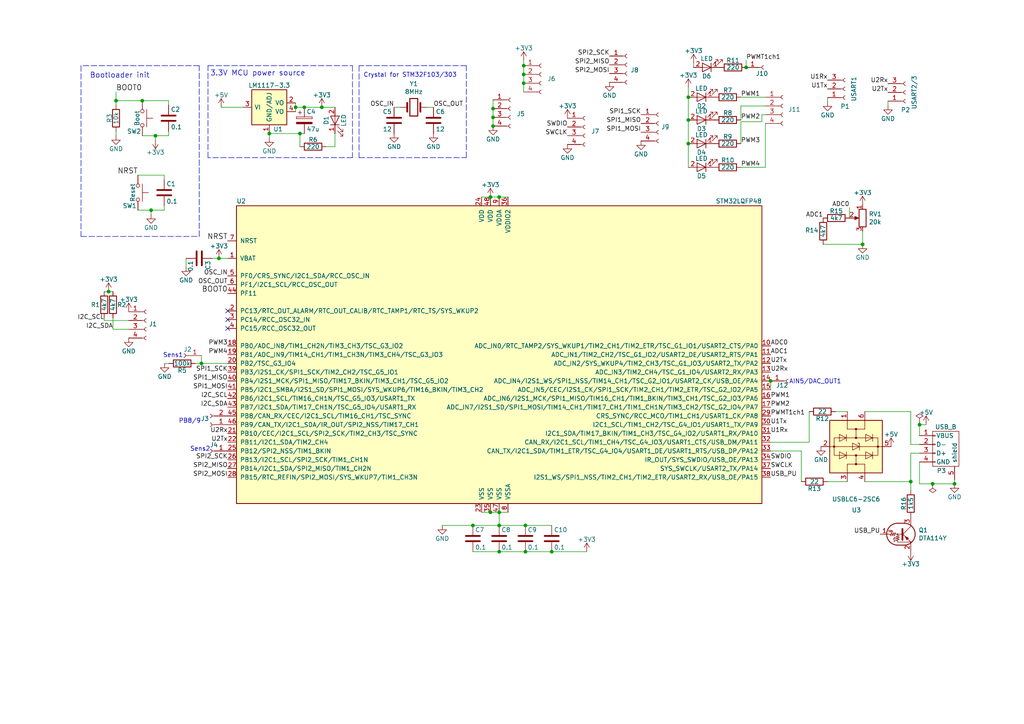
<source format=kicad_sch>
(kicad_sch (version 20211123) (generator eeschema)
  (paper "A4")
  (lib_symbols
    (symbol "Connector:Conn_01x01_Female" (pin_names (offset 1.016) hide)
      (property "Reference" "J" (at 0 2.54 0))
      (property "Value" "Conn_01x01_Female" (at 0 -2.54 0))
      (symbol "Conn_01x01_Female_1_1"
        (polyline (pts (xy -1.27 0) (xy -0.508 0)) (stroke (width 0.1524)))
        (arc (start 0 0.508) (mid -0.508 0) (end 0 -0.508) (stroke (width 0.1524)))
        (pin passive line (at -5.08 0 0) (length 3.81) (name "Pin_1") (number "1"))
      )
    )
    (symbol "Connector:Conn_01x02_Female" (pin_names (offset 1.016) hide)
      (property "Reference" "J" (at 0 2.54 0))
      (property "Value" "Conn_01x02_Female" (at 0 -5.08 0))
      (symbol "Conn_01x02_Female_1_1"
        (arc (start 0 -2.032) (mid -0.508 -2.54) (end 0 -3.048) (stroke (width 0.1524)))
        (polyline (pts (xy -1.27 -2.54) (xy -0.508 -2.54)) (stroke (width 0.1524)))
        (polyline (pts (xy -1.27 0) (xy -0.508 0)) (stroke (width 0.1524)))
        (arc (start 0 0.508) (mid -0.508 0) (end 0 -0.508) (stroke (width 0.1524)))
        (pin passive line (at -5.08 0 0) (length 3.81) (name "Pin_1") (number "1"))
        (pin passive line (at -5.08 -2.54 0) (length 3.81) (name "Pin_2") (number "2"))
      )
    )
    (symbol "Connector:Conn_01x03_Female" (pin_names (offset 1.016) hide)
      (property "Reference" "J" (at 0 5.08 0))
      (property "Value" "Conn_01x03_Female" (at 0 -5.08 0))
      (symbol "Conn_01x03_Female_1_1"
        (arc (start 0 -2.032) (mid -0.508 -2.54) (end 0 -3.048) (stroke (width 0.1524)))
        (polyline (pts (xy -1.27 -2.54) (xy -0.508 -2.54)) (stroke (width 0.1524)))
        (polyline (pts (xy -1.27 0) (xy -0.508 0)) (stroke (width 0.1524)))
        (polyline (pts (xy -1.27 2.54) (xy -0.508 2.54)) (stroke (width 0.1524)))
        (arc (start 0 0.508) (mid -0.508 0) (end 0 -0.508) (stroke (width 0.1524)))
        (arc (start 0 3.048) (mid -0.508 2.54) (end 0 2.032) (stroke (width 0.1524)))
        (pin passive line (at -5.08 2.54 0) (length 3.81) (name "Pin_1") (number "1"))
        (pin passive line (at -5.08 0 0) (length 3.81) (name "Pin_2") (number "2"))
        (pin passive line (at -5.08 -2.54 0) (length 3.81) (name "Pin_3") (number "3"))
      )
    )
    (symbol "Connector:Conn_01x04_Female" (pin_names (offset 1.016) hide)
      (property "Reference" "J" (at 0 5.08 0))
      (property "Value" "Conn_01x04_Female" (at 0 -7.62 0))
      (symbol "Conn_01x04_Female_1_1"
        (arc (start 0 -4.572) (mid -0.508 -5.08) (end 0 -5.588) (stroke (width 0.1524)))
        (arc (start 0 -2.032) (mid -0.508 -2.54) (end 0 -3.048) (stroke (width 0.1524)))
        (polyline (pts (xy -1.27 -5.08) (xy -0.508 -5.08)) (stroke (width 0.1524)))
        (polyline (pts (xy -1.27 -2.54) (xy -0.508 -2.54)) (stroke (width 0.1524)))
        (polyline (pts (xy -1.27 0) (xy -0.508 0)) (stroke (width 0.1524)))
        (polyline (pts (xy -1.27 2.54) (xy -0.508 2.54)) (stroke (width 0.1524)))
        (arc (start 0 0.508) (mid -0.508 0) (end 0 -0.508) (stroke (width 0.1524)))
        (arc (start 0 3.048) (mid -0.508 2.54) (end 0 2.032) (stroke (width 0.1524)))
        (pin passive line (at -5.08 2.54 0) (length 3.81) (name "Pin_1") (number "1"))
        (pin passive line (at -5.08 0 0) (length 3.81) (name "Pin_2") (number "2"))
        (pin passive line (at -5.08 -2.54 0) (length 3.81) (name "Pin_3") (number "3"))
        (pin passive line (at -5.08 -5.08 0) (length 3.81) (name "Pin_4") (number "4"))
      )
    )
    (symbol "Device:Crystal" (pin_numbers hide) (pin_names (offset 1.016) hide)
      (property "Reference" "Y" (at 0 3.81 0))
      (property "Value" "Crystal" (at 0 -3.81 0))
      (symbol "Crystal_0_1"
        (rectangle (start -1.143 2.54) (end 1.143 -2.54) (stroke (width 0.3048)))
        (polyline (pts (xy -2.54 0) (xy -1.905 0)))
        (polyline (pts (xy -1.905 -1.27) (xy -1.905 1.27)) (stroke (width 0.508)))
        (polyline (pts (xy 1.905 -1.27) (xy 1.905 1.27)) (stroke (width 0.508)))
        (polyline (pts (xy 2.54 0) (xy 1.905 0)))
      )
      (symbol "Crystal_1_1"
        (pin passive line (at -3.81 0 0) (length 1.27) (name "1") (number "1"))
        (pin passive line (at 3.81 0 180) (length 1.27) (name "2") (number "2"))
      )
    )
    (symbol "Device:R_Potentiometer" (pin_names (offset 1.016) hide)
      (property "Reference" "RV" (at -4.445 0 90))
      (property "Value" "R_Potentiometer" (at -2.54 0 90))
      (symbol "R_Potentiometer_0_1"
        (polyline (pts (xy 2.54 0) (xy 1.524 0)))
        (polyline (pts (xy 1.143 0) (xy 2.286 0.508) (xy 2.286 -0.508) (xy 1.143 0)) (fill (type outline)))
        (rectangle (start 1.016 2.54) (end -1.016 -2.54) (stroke (width 0.254)))
      )
      (symbol "R_Potentiometer_1_1"
        (pin passive line (at 0 3.81 270) (length 1.27) (name "1") (number "1"))
        (pin passive line (at 3.81 0 180) (length 1.27) (name "2") (number "2"))
        (pin passive line (at 0 -3.81 90) (length 1.27) (name "3") (number "3"))
      )
    )
    (symbol "Power_Protection:USBLC6-2SC6" (pin_names hide)
      (property "Reference" "U" (at 2.54 8.89 0))
      (property "Value" "USBLC6-2SC6" (at 2.54 -8.89 0))
      (symbol "USBLC6-2SC6_0_1"
        (rectangle (start -7.62 -7.62) (end 7.62 7.62) (stroke (width 0.254)) (fill (type background)))
        (circle (center -5.08 0) (radius 0.254) (fill (type outline)))
        (circle (center -2.54 0) (radius 0.254) (fill (type outline)))
        (rectangle (start -2.54 6.35) (end 2.54 -6.35))
        (circle (center 0 -6.35) (radius 0.254) (fill (type outline)))
        (polyline (pts (xy -5.08 -2.54) (xy -7.62 -2.54)))
        (polyline (pts (xy -5.08 0) (xy -5.08 -2.54)))
        (polyline (pts (xy -5.08 2.54) (xy -7.62 2.54)))
        (polyline (pts (xy -1.524 -2.794) (xy -3.556 -2.794)))
        (polyline (pts (xy -1.524 4.826) (xy -3.556 4.826)))
        (polyline (pts (xy 0 -7.62) (xy 0 -6.35)))
        (polyline (pts (xy 0 -6.35) (xy 0 1.27)))
        (polyline (pts (xy 0 1.27) (xy 0 6.35)))
        (polyline (pts (xy 0 6.35) (xy 0 7.62)))
        (polyline (pts (xy 1.524 -2.794) (xy 3.556 -2.794)))
        (polyline (pts (xy 1.524 4.826) (xy 3.556 4.826)))
        (polyline (pts (xy 5.08 -2.54) (xy 7.62 -2.54)))
        (polyline (pts (xy 5.08 0) (xy 5.08 -2.54)))
        (polyline (pts (xy 5.08 2.54) (xy 7.62 2.54)))
        (polyline (pts (xy -2.54 0) (xy -5.08 0) (xy -5.08 2.54)))
        (polyline (pts (xy 2.54 0) (xy 5.08 0) (xy 5.08 2.54)))
        (polyline (pts (xy -3.556 -4.826) (xy -1.524 -4.826) (xy -2.54 -2.794) (xy -3.556 -4.826)))
        (polyline (pts (xy -3.556 2.794) (xy -1.524 2.794) (xy -2.54 4.826) (xy -3.556 2.794)))
        (polyline (pts (xy -1.016 -1.016) (xy 1.016 -1.016) (xy 0 1.016) (xy -1.016 -1.016)))
        (polyline (pts (xy 1.016 1.016) (xy 0.762 1.016) (xy -1.016 1.016) (xy -1.016 0.508)))
        (polyline (pts (xy 3.556 -4.826) (xy 1.524 -4.826) (xy 2.54 -2.794) (xy 3.556 -4.826)))
        (polyline (pts (xy 3.556 2.794) (xy 1.524 2.794) (xy 2.54 4.826) (xy 3.556 2.794)))
        (circle (center 0 6.35) (radius 0.254) (fill (type outline)))
        (circle (center 2.54 0) (radius 0.254) (fill (type outline)))
        (circle (center 5.08 0) (radius 0.254) (fill (type outline)))
      )
      (symbol "USBLC6-2SC6_1_1"
        (pin passive line (at -10.16 -2.54 0) (length 2.54) (name "I/O1") (number "1"))
        (pin passive line (at 0 -10.16 90) (length 2.54) (name "GND") (number "2"))
        (pin passive line (at 10.16 -2.54 180) (length 2.54) (name "I/O2") (number "3"))
        (pin passive line (at 10.16 2.54 180) (length 2.54) (name "I/O2") (number "4"))
        (pin passive line (at 0 10.16 270) (length 2.54) (name "VBUS") (number "5"))
        (pin passive line (at -10.16 2.54 0) (length 2.54) (name "I/O1") (number "6"))
      )
    )
    (symbol "Transistor_BJT:DTA114Y" (pin_names (offset 0) hide)
      (property "Reference" "Q" (at 5.08 1.905 0))
      (property "Value" "DTA114Y" (at 5.08 0 0))
      (symbol "DTA114Y_0_0"
        (text "10k" (at -3.302 0.889 0) (effects (font (size 0.508 0.508))))
        (text "47k" (at -2.159 -1.524 900) (effects (font (size 0.508 0.508))))
      )
      (symbol "DTA114Y_0_1"
        (circle (center -1.27 0) (radius 0.127))
        (arc (start -1.27 3.175) (mid -4.445 0) (end -1.27 -3.175) (stroke (width 0.254)))
        (polyline (pts (xy -3.429 0) (xy -3.81 0)))
        (polyline (pts (xy -1.27 -3.175) (xy 0.635 -3.175)) (stroke (width 0.254)))
        (polyline (pts (xy -1.27 3.175) (xy 0.635 3.175)) (stroke (width 0.254)))
        (polyline (pts (xy 0 -0.254) (xy 2.54 2.286)))
        (polyline (pts (xy 0.127 1.524) (xy 0.127 -1.651)) (stroke (width 0.508)) (fill (type outline)))
        (polyline (pts (xy 2.54 2.286) (xy 2.54 2.54)))
        (polyline (pts (xy 2.54 -2.286) (xy 0 0.254) (xy 0 0.254)))
        (polyline (pts (xy 1.397 -1.651) (xy 1.905 -1.143) (xy 0.889 -0.635) (xy 1.397 -1.651)) (fill (type outline)))
        (polyline (pts (xy 0 0) (xy -1.905 0) (xy -2.032 0.508) (xy -2.286 -0.508) (xy -2.54 0.508) (xy -2.794 -0.508) (xy -3.048 0.508) (xy -3.302 -0.508) (xy -3.429 0)))
        (polyline (pts (xy -1.27 0) (xy -1.27 -0.381) (xy -0.762 -0.508) (xy -1.778 -0.762) (xy -0.762 -1.016) (xy -1.778 -1.27) (xy -0.762 -1.524) (xy -1.778 -1.778) (xy -1.27 -1.905) (xy -1.27 -2.286) (xy 2.54 -2.286)))
        (arc (start 0.635 -3.175) (mid 3.81 0) (end 0.635 3.175) (stroke (width 0.254)))
        (circle (center 2.54 -2.286) (radius 0.127))
      )
      (symbol "DTA114Y_1_1"
        (pin input line (at -6.35 0 0) (length 2.54) (name "B") (number "1"))
        (pin passive line (at 2.54 -5.08 90) (length 2.54) (name "E") (number "2"))
        (pin passive line (at 2.54 5.08 270) (length 2.54) (name "C") (number "3"))
      )
    )
    (symbol "stm32-rescue:+3.3V" (power) (pin_names (offset 0))
      (property "Value" "+3.3V" (at 0 3.556 0))
      (symbol "+3.3V_0_1"
        (polyline (pts (xy -0.762 1.27) (xy 0 2.54)))
        (polyline (pts (xy 0 0) (xy 0 2.54)))
        (polyline (pts (xy 0 2.54) (xy 0.762 1.27)))
      )
      (symbol "+3.3V_1_1"
        (pin power_in line (at 0 0 90) (length 0) hide (name "+3V3") (number "1"))
      )
    )
    (symbol "stm32-rescue:+5V" (power) (pin_names (offset 0))
      (property "Value" "+5V" (at 0 3.556 0))
      (symbol "+5V_0_1"
        (polyline (pts (xy -0.762 1.27) (xy 0 2.54)))
        (polyline (pts (xy 0 0) (xy 0 2.54)))
        (polyline (pts (xy 0 2.54) (xy 0.762 1.27)))
      )
      (symbol "+5V_1_1"
        (pin power_in line (at 0 0 90) (length 0) hide (name "+5V") (number "1"))
      )
    )
    (symbol "stm32-rescue:C" (pin_numbers hide) (pin_names (offset 0.254))
      (property "Reference" "C" (at 0.635 2.54 0))
      (property "Value" "C" (at 0.635 -2.54 0))
      (symbol "C_0_1"
        (polyline (pts (xy -2.032 -0.762) (xy 2.032 -0.762)) (stroke (width 0.508)))
        (polyline (pts (xy -2.032 0.762) (xy 2.032 0.762)) (stroke (width 0.508)))
      )
      (symbol "C_1_1"
        (pin passive line (at 0 3.81 270) (length 2.794) (name "~") (number "1"))
        (pin passive line (at 0 -3.81 90) (length 2.794) (name "~") (number "2"))
      )
    )
    (symbol "stm32-rescue:CP" (pin_numbers hide) (pin_names (offset 0.254))
      (property "Reference" "C" (at 0.635 2.54 0))
      (property "Value" "CP" (at 0.635 -2.54 0))
      (symbol "CP_0_1"
        (rectangle (start -2.286 0.508) (end -2.286 1.016))
        (rectangle (start -2.286 0.508) (end 2.286 0.508))
        (polyline (pts (xy -1.778 2.286) (xy -0.762 2.286)))
        (polyline (pts (xy -1.27 2.794) (xy -1.27 1.778)))
        (rectangle (start 2.286 -0.508) (end -2.286 -1.016) (fill (type outline)))
        (rectangle (start 2.286 1.016) (end -2.286 1.016))
        (rectangle (start 2.286 1.016) (end 2.286 0.508))
      )
      (symbol "CP_1_1"
        (pin passive line (at 0 3.81 270) (length 2.794) (name "~") (number "1"))
        (pin passive line (at 0 -3.81 90) (length 2.794) (name "~") (number "2"))
      )
    )
    (symbol "stm32-rescue:GND" (power) (pin_names (offset 0))
      (property "Value" "GND" (at 0 -3.81 0))
      (symbol "GND_0_1"
        (polyline (pts (xy 0 0) (xy 0 -1.27) (xy 1.27 -1.27) (xy 0 -2.54) (xy -1.27 -1.27) (xy 0 -1.27)))
      )
      (symbol "GND_1_1"
        (pin power_in line (at 0 0 270) (length 0) hide (name "GND") (number "1"))
      )
    )
    (symbol "stm32-rescue:LED-RESCUE-stm32" (pin_names (offset 1.016) hide)
      (property "Reference" "D" (at 0 2.54 0))
      (property "Value" "LED-RESCUE-stm32" (at 0 -2.54 0))
      (symbol "LED-RESCUE-stm32_0_1"
        (polyline (pts (xy -1.27 -1.27) (xy -1.27 1.27)) (stroke (width 0.2032)))
        (polyline (pts (xy -1.27 0) (xy 1.27 0)))
        (polyline (pts (xy 1.27 -1.27) (xy 1.27 1.27) (xy -1.27 0) (xy 1.27 -1.27)) (stroke (width 0.2032)))
        (polyline (pts (xy -3.048 -0.762) (xy -4.572 -2.286) (xy -3.81 -2.286) (xy -4.572 -2.286) (xy -4.572 -1.524)))
        (polyline (pts (xy -1.778 -0.762) (xy -3.302 -2.286) (xy -2.54 -2.286) (xy -3.302 -2.286) (xy -3.302 -1.524)))
      )
      (symbol "LED-RESCUE-stm32_1_1"
        (pin passive line (at -3.81 0 0) (length 2.54) (name "K") (number "1"))
        (pin passive line (at 3.81 0 180) (length 2.54) (name "A") (number "2"))
      )
    )
    (symbol "stm32-rescue:LM1117-3.3-RESCUE-stm32" (pin_names (offset 0.762))
      (property "Reference" "U" (at 2.54 -6.35 0))
      (property "Value" "LM1117-3.3-RESCUE-stm32" (at 0 6.35 0))
      (symbol "LM1117-3.3-RESCUE-stm32_0_1"
        (rectangle (start -5.08 -5.08) (end 5.08 5.08) (stroke (width 0.254)) (fill (type background)))
      )
      (symbol "LM1117-3.3-RESCUE-stm32_1_1"
        (pin power_in line (at 0 -7.62 90) (length 2.54) (name "GND/ADJ") (number "1"))
        (pin passive line (at 7.62 1.27 180) (length 2.54) (name "VO") (number "2"))
        (pin power_in line (at -7.62 0 0) (length 2.54) (name "VI") (number "3"))
        (pin power_out line (at 7.62 -1.27 180) (length 2.54) (name "VO") (number "4"))
      )
    )
    (symbol "stm32-rescue:PWR_FLAG" (power) (pin_numbers hide) (pin_names (offset 0) hide)
      (property "Value" "PWR_FLAG" (at 0 3.81 0))
      (symbol "PWR_FLAG_0_0"
        (pin power_out line (at 0 0 90) (length 0) (name "pwr") (number "1"))
      )
      (symbol "PWR_FLAG_0_1"
        (polyline (pts (xy 0 0) (xy 0 1.27) (xy -1.016 1.905) (xy 0 2.54) (xy 1.016 1.905) (xy 0 1.27)))
      )
    )
    (symbol "stm32-rescue:R" (pin_numbers hide) (pin_names (offset 0))
      (property "Reference" "R" (at 2.032 0 90))
      (property "Value" "R" (at 0 0 90))
      (symbol "R_0_1"
        (rectangle (start -1.016 -2.54) (end 1.016 2.54) (stroke (width 0.254)))
      )
      (symbol "R_1_1"
        (pin passive line (at 0 3.81 270) (length 1.27) (name "~") (number "1"))
        (pin passive line (at 0 -3.81 90) (length 1.27) (name "~") (number "2"))
      )
    )
    (symbol "stm32-rescue:STM32F042C6Tx" (pin_names (offset 1.016))
      (property "Reference" "U" (at -76.2 43.815 0))
      (property "Value" "STM32F042C6Tx" (at 76.2 43.815 0))
      (property "Footprint" "LQFP48" (at 76.2 42.545 0))
      (symbol "STM32F042C6Tx_0_1"
        (rectangle (start -76.2 -43.18) (end 76.2 43.18) (stroke (width 0.254)) (fill (type background)))
      )
      (symbol "STM32F042C6Tx_1_1"
        (pin power_in line (at -78.74 27.94 0) (length 2.54) (name "VBAT") (number "1"))
        (pin bidirectional line (at 78.74 2.54 180) (length 2.54) (name "ADC_IN0/RTC_TAMP2/SYS_WKUP1/TIM2_CH1/TIM2_ETR/TSC_G1_IO1/USART2_CTS/PA0") (number "10"))
        (pin bidirectional line (at 78.74 0 180) (length 2.54) (name "ADC_IN1/TIM2_CH2/TSC_G1_IO2/USART2_DE/USART2_RTS/PA1") (number "11"))
        (pin bidirectional line (at 78.74 -2.54 180) (length 2.54) (name "ADC_IN2/SYS_WKUP4/TIM2_CH3/TSC_G1_IO3/USART2_TX/PA2") (number "12"))
        (pin bidirectional line (at 78.74 -5.08 180) (length 2.54) (name "ADC_IN3/TIM2_CH4/TSC_G1_IO4/USART2_RX/PA3") (number "13"))
        (pin bidirectional line (at 78.74 -7.62 180) (length 2.54) (name "ADC_IN4/I2S1_WS/SPI1_NSS/TIM14_CH1/TSC_G2_IO1/USART2_CK/USB_OE/PA4") (number "14"))
        (pin bidirectional line (at 78.74 -10.16 180) (length 2.54) (name "ADC_IN5/CEC/I2S1_CK/SPI1_SCK/TIM2_CH1/TIM2_ETR/TSC_G2_IO2/PA5") (number "15"))
        (pin bidirectional line (at 78.74 -12.7 180) (length 2.54) (name "ADC_IN6/I2S1_MCK/SPI1_MISO/TIM16_CH1/TIM1_BKIN/TIM3_CH1/TSC_G2_IO3/PA6") (number "16"))
        (pin bidirectional line (at 78.74 -15.24 180) (length 2.54) (name "ADC_IN7/I2S1_SD/SPI1_MOSI/TIM14_CH1/TIM17_CH1/TIM1_CH1N/TIM3_CH2/TSC_G2_IO4/PA7") (number "17"))
        (pin bidirectional line (at -78.74 2.54 0) (length 2.54) (name "PB0/ADC_IN8/TIM1_CH2N/TIM3_CH3/TSC_G3_IO2") (number "18"))
        (pin bidirectional line (at -78.74 0 0) (length 2.54) (name "PB1/ADC_IN9/TIM14_CH1/TIM1_CH3N/TIM3_CH4/TSC_G3_IO3") (number "19"))
        (pin bidirectional line (at -78.74 12.7 0) (length 2.54) (name "PC13/RTC_OUT_ALARM/RTC_OUT_CALIB/RTC_TAMP1/RTC_TS/SYS_WKUP2") (number "2"))
        (pin bidirectional line (at -78.74 -2.54 0) (length 2.54) (name "PB2/TSC_G3_IO4") (number "20"))
        (pin bidirectional line (at -78.74 -22.86 0) (length 2.54) (name "PB10/CEC/I2C1_SCL/SPI2_SCK/TIM2_CH3/TSC_SYNC") (number "21"))
        (pin bidirectional line (at -78.74 -25.4 0) (length 2.54) (name "PB11/I2C1_SDA/TIM2_CH4") (number "22"))
        (pin power_in line (at -5.08 -45.72 90) (length 2.54) (name "VSS") (number "23"))
        (pin power_in line (at -5.08 45.72 270) (length 2.54) (name "VDD") (number "24"))
        (pin bidirectional line (at -78.74 -27.94 0) (length 2.54) (name "PB12/SPI2_NSS/TIM1_BKIN") (number "25"))
        (pin bidirectional line (at -78.74 -30.48 0) (length 2.54) (name "PB13/I2C1_SCL/SPI2_SCK/TIM1_CH1N") (number "26"))
        (pin bidirectional line (at -78.74 -33.02 0) (length 2.54) (name "PB14/I2C1_SDA/SPI2_MISO/TIM1_CH2N") (number "27"))
        (pin bidirectional line (at -78.74 -35.56 0) (length 2.54) (name "PB15/RTC_REFIN/SPI2_MOSI/SYS_WKUP7/TIM1_CH3N") (number "28"))
        (pin bidirectional line (at 78.74 -17.78 180) (length 2.54) (name "CRS_SYNC/RCC_MCO/TIM1_CH1/USART1_CK/PA8") (number "29"))
        (pin bidirectional line (at -78.74 10.16 0) (length 2.54) (name "PC14/RCC_OSC32_IN") (number "3"))
        (pin bidirectional line (at 78.74 -20.32 180) (length 2.54) (name "I2C1_SCL/TIM1_CH2/TSC_G4_IO1/USART1_TX/PA9") (number "30"))
        (pin bidirectional line (at 78.74 -22.86 180) (length 2.54) (name "I2C1_SDA/TIM17_BKIN/TIM1_CH3/TSC_G4_IO2/USART1_RX/PA10") (number "31"))
        (pin bidirectional line (at 78.74 -25.4 180) (length 2.54) (name "CAN_RX/I2C1_SCL/TIM1_CH4/TSC_G4_IO3/USART1_CTS/USB_DM/PA11") (number "32"))
        (pin bidirectional line (at 78.74 -27.94 180) (length 2.54) (name "CAN_TX/I2C1_SDA/TIM1_ETR/TSC_G4_IO4/USART1_DE/USART1_RTS/USB_DP/PA12") (number "33"))
        (pin bidirectional line (at 78.74 -30.48 180) (length 2.54) (name "IR_OUT/SYS_SWDIO/USB_OE/PA13") (number "34"))
        (pin power_in line (at -2.54 -45.72 90) (length 2.54) (name "VSS") (number "35"))
        (pin power_in line (at 2.54 45.72 270) (length 2.54) (name "VDDIO2") (number "36"))
        (pin bidirectional line (at 78.74 -33.02 180) (length 2.54) (name "SYS_SWCLK/USART2_TX/PA14") (number "37"))
        (pin bidirectional line (at 78.74 -35.56 180) (length 2.54) (name "I2S1_WS/SPI1_NSS/TIM2_CH1/TIM2_ETR/USART2_RX/USB_OE/PA15") (number "38"))
        (pin bidirectional line (at -78.74 -5.08 0) (length 2.54) (name "PB3/I2S1_CK/SPI1_SCK/TIM2_CH2/TSC_G5_IO1") (number "39"))
        (pin bidirectional line (at -78.74 7.62 0) (length 2.54) (name "PC15/RCC_OSC32_OUT") (number "4"))
        (pin bidirectional line (at -78.74 -7.62 0) (length 2.54) (name "PB4/I2S1_MCK/SPI1_MISO/TIM17_BKIN/TIM3_CH1/TSC_G5_IO2") (number "40"))
        (pin bidirectional line (at -78.74 -10.16 0) (length 2.54) (name "PB5/I2C1_SMBA/I2S1_SD/SPI1_MOSI/SYS_WKUP6/TIM16_BKIN/TIM3_CH2") (number "41"))
        (pin bidirectional line (at -78.74 -12.7 0) (length 2.54) (name "PB6/I2C1_SCL/TIM16_CH1N/TSC_G5_IO3/USART1_TX") (number "42"))
        (pin bidirectional line (at -78.74 -15.24 0) (length 2.54) (name "PB7/I2C1_SDA/TIM17_CH1N/TSC_G5_IO4/USART1_RX") (number "43"))
        (pin bidirectional line (at -78.74 17.78 0) (length 2.54) (name "PF11") (number "44"))
        (pin bidirectional line (at -78.74 -17.78 0) (length 2.54) (name "PB8/CAN_RX/CEC/I2C1_SCL/TIM16_CH1/TSC_SYNC") (number "45"))
        (pin bidirectional line (at -78.74 -20.32 0) (length 2.54) (name "PB9/CAN_TX/I2C1_SDA/IR_OUT/SPI2_NSS/TIM17_CH1") (number "46"))
        (pin power_in line (at 0 -45.72 90) (length 2.54) (name "VSS") (number "47"))
        (pin power_in line (at -2.54 45.72 270) (length 2.54) (name "VDD") (number "48"))
        (pin input line (at -78.74 22.86 0) (length 2.54) (name "PF0/CRS_SYNC/I2C1_SDA/RCC_OSC_IN") (number "5"))
        (pin input line (at -78.74 20.32 0) (length 2.54) (name "PF1/I2C1_SCL/RCC_OSC_OUT") (number "6"))
        (pin input line (at -78.74 33.02 0) (length 2.54) (name "NRST") (number "7"))
        (pin power_in line (at 2.54 -45.72 90) (length 2.54) (name "VSSA") (number "8"))
        (pin power_in line (at 0 45.72 270) (length 2.54) (name "VDDA") (number "9"))
      )
    )
    (symbol "stm32-rescue:SW_Push" (pin_numbers hide) (pin_names (offset 1.016) hide)
      (property "Reference" "SW" (at 1.27 2.54 0))
      (property "Value" "SW_Push" (at 0 -1.524 0))
      (symbol "SW_Push_0_1"
        (circle (center -2.032 0) (radius 0.508))
        (polyline (pts (xy 0 1.27) (xy 0 3.048)))
        (polyline (pts (xy 2.54 1.27) (xy -2.54 1.27)))
        (circle (center 2.032 0) (radius 0.508))
        (pin passive line (at -5.08 0 0) (length 2.54) (name "1") (number "1"))
        (pin passive line (at 5.08 0 180) (length 2.54) (name "2") (number "2"))
      )
    )
    (symbol "stm32-rescue:USB_A-RESCUE-stm32" (pin_names (offset 1.016))
      (property "Reference" "P" (at 5.08 -5.08 0))
      (property "Value" "USB_A-RESCUE-stm32" (at -1.27 5.08 0))
      (symbol "USB_A-RESCUE-stm32_0_1"
        (rectangle (start -6.35 -3.81) (end 3.81 3.81))
        (rectangle (start -5.207 -3.81) (end -4.953 -3.048))
        (rectangle (start -2.667 -3.81) (end -2.413 -3.048))
        (rectangle (start -0.127 -3.81) (end 0.127 -3.048))
        (rectangle (start 2.413 -3.81) (end 2.667 -3.048))
      )
      (symbol "USB_A-RESCUE-stm32_1_1"
        (pin power_in line (at -5.08 -7.62 90) (length 3.81) (name "VBUS") (number "1"))
        (pin passive line (at -2.54 -7.62 90) (length 3.81) (name "D-") (number "2"))
        (pin passive line (at 0 -7.62 90) (length 3.81) (name "D+") (number "3"))
        (pin power_in line (at 2.54 -7.62 90) (length 3.81) (name "GND") (number "4"))
        (pin passive line (at 7.62 2.54 180) (length 3.81) (name "shield") (number "5"))
      )
    )
  )
  (junction (at 199.644 34.798))
  (junction (at 45.085 39.37))
  (junction (at 264.16 139.7))
  (junction (at 143.002 34.036))
  (junction (at 151.892 19.05))
  (junction (at 152.4 152.4))
  (junction (at 276.86 140.335))
  (junction (at 199.644 41.656))
  (junction (at 160.02 160.02))
  (junction (at 33.655 29.21))
  (junction (at 86.995 38.735))
  (junction (at 151.892 21.59))
  (junction (at 143.002 31.496))
  (junction (at 270.51 140.335))
  (junction (at 223.52 110.49))
  (junction (at 142.24 57.15))
  (junction (at 151.892 24.13))
  (junction (at 152.4 160.02))
  (junction (at 85.725 31.115))
  (junction (at 144.78 160.02))
  (junction (at 216.408 19.558))
  (junction (at 58.42 105.41))
  (junction (at 142.24 148.59))
  (junction (at 41.275 29.21))
  (junction (at 63.5 74.93))
  (junction (at 31.496 84.582))
  (junction (at 137.16 152.4))
  (junction (at 144.78 57.15))
  (junction (at 143.002 36.576))
  (junction (at 266.7 123.19))
  (junction (at 88.265 31.115))
  (junction (at 144.78 152.4))
  (junction (at 250.19 70.866))
  (junction (at 93.345 31.115))
  (junction (at 199.644 28.194))
  (junction (at 144.78 148.59))
  (junction (at 43.815 60.96))
  (junction (at 78.105 38.735))
  (no_connect (at 66.04 95.25))
  (no_connect (at 66.04 90.17))
  (no_connect (at 66.04 92.71))
  (wire (pts (xy 264.16 128.905) (xy 266.7 128.905)))
  (polyline (pts (xy 102.235 19.05) (xy 102.235 45.72)))
  (wire (pts (xy 47.625 60.96) (xy 47.625 59.69)))
  (wire (pts (xy 137.16 160.02) (xy 144.78 160.02)))
  (wire (pts (xy 151.892 24.13) (xy 151.892 26.67)))
  (wire (pts (xy 33.655 26.67) (xy 33.655 29.21)))
  (wire (pts (xy 264.16 142.24) (xy 264.16 139.7)))
  (wire (pts (xy 37.338 92.964) (xy 30.226 92.964)))
  (wire (pts (xy 250.825 139.7) (xy 264.16 139.7)))
  (wire (pts (xy 61.595 74.93) (xy 63.5 74.93)))
  (wire (pts (xy 223.52 128.27) (xy 234.696 128.27)))
  (wire (pts (xy 43.815 62.23) (xy 43.815 60.96)))
  (polyline (pts (xy 23.495 19.05) (xy 23.495 68.58)))
  (wire (pts (xy 250.825 119.38) (xy 264.16 119.38)))
  (wire (pts (xy 56.642 105.41) (xy 58.42 105.41)))
  (wire (pts (xy 93.345 31.115) (xy 97.155 31.115)))
  (wire (pts (xy 47.625 50.8) (xy 47.625 52.07)))
  (wire (pts (xy 152.4 152.4) (xy 160.02 152.4)))
  (wire (pts (xy 240.03 139.7) (xy 245.745 139.7)))
  (wire (pts (xy 276.86 140.335) (xy 270.51 140.335)))
  (wire (pts (xy 40.005 60.96) (xy 43.815 60.96)))
  (wire (pts (xy 220.98 33.274) (xy 221.996 33.274)))
  (wire (pts (xy 30.226 92.964) (xy 30.226 92.202)))
  (wire (pts (xy 30.226 84.582) (xy 31.496 84.582)))
  (wire (pts (xy 144.78 152.4) (xy 152.4 152.4)))
  (wire (pts (xy 246.38 63.246) (xy 246.38 60.198)))
  (wire (pts (xy 45.085 40.64) (xy 45.085 39.37)))
  (wire (pts (xy 137.16 152.4) (xy 144.78 152.4)))
  (wire (pts (xy 201.168 18.288) (xy 201.168 19.558)))
  (wire (pts (xy 58.42 103.124) (xy 58.42 105.41)))
  (wire (pts (xy 128.27 152.4) (xy 137.16 152.4)))
  (wire (pts (xy 86.995 38.735) (xy 88.265 38.735)))
  (polyline (pts (xy 104.14 45.72) (xy 135.255 45.72)))
  (wire (pts (xy 78.105 40.005) (xy 78.105 38.735)))
  (polyline (pts (xy 104.14 19.05) (xy 104.14 45.72)))
  (wire (pts (xy 37.338 95.504) (xy 32.766 95.504)))
  (wire (pts (xy 240.03 28.321) (xy 240.03 29.591)))
  (polyline (pts (xy 135.255 19.05) (xy 104.14 19.05)))
  (polyline (pts (xy 60.325 45.72) (xy 60.325 19.05)))
  (wire (pts (xy 125.73 31.115) (xy 123.825 31.115)))
  (wire (pts (xy 58.42 105.41) (xy 66.04 105.41)))
  (wire (pts (xy 144.78 148.59) (xy 147.32 148.59)))
  (wire (pts (xy 266.7 123.19) (xy 266.7 122.555)))
  (wire (pts (xy 143.002 34.036) (xy 143.002 31.496)))
  (wire (pts (xy 160.02 160.02) (xy 170.18 160.02)))
  (wire (pts (xy 64.135 31.115) (xy 70.485 31.115)))
  (wire (pts (xy 270.51 140.335) (xy 266.7 140.335)))
  (wire (pts (xy 160.02 160.02) (xy 152.4 160.02)))
  (wire (pts (xy 264.16 119.38) (xy 264.16 128.905)))
  (wire (pts (xy 214.884 30.734) (xy 221.996 30.734)))
  (wire (pts (xy 41.275 39.37) (xy 45.085 39.37)))
  (wire (pts (xy 114.3 31.115) (xy 116.205 31.115)))
  (wire (pts (xy 48.895 39.37) (xy 48.895 38.1)))
  (wire (pts (xy 238.76 70.866) (xy 250.19 70.866)))
  (wire (pts (xy 143.002 31.496) (xy 143.002 28.956)))
  (wire (pts (xy 41.275 29.21) (xy 48.895 29.21)))
  (wire (pts (xy 78.105 38.735) (xy 86.995 38.735)))
  (wire (pts (xy 33.655 39.37) (xy 33.655 38.1)))
  (wire (pts (xy 257.556 29.337) (xy 257.556 30.607)))
  (wire (pts (xy 139.7 148.59) (xy 142.24 148.59)))
  (wire (pts (xy 151.892 19.05) (xy 151.892 17.526)))
  (wire (pts (xy 97.155 42.545) (xy 97.155 38.735)))
  (wire (pts (xy 142.24 148.59) (xy 144.78 148.59)))
  (wire (pts (xy 85.725 31.115) (xy 88.265 31.115)))
  (wire (pts (xy 32.766 95.504) (xy 32.766 92.202)))
  (wire (pts (xy 144.78 57.15) (xy 147.32 57.15)))
  (wire (pts (xy 63.5 74.93) (xy 66.04 74.93)))
  (wire (pts (xy 199.644 28.194) (xy 199.644 25.4)))
  (polyline (pts (xy 102.235 45.72) (xy 60.325 45.72)))
  (wire (pts (xy 40.005 50.8) (xy 47.625 50.8)))
  (wire (pts (xy 199.644 41.656) (xy 199.644 48.514)))
  (wire (pts (xy 47.752 105.41) (xy 49.022 105.41)))
  (wire (pts (xy 139.7 57.15) (xy 142.24 57.15)))
  (wire (pts (xy 199.644 28.194) (xy 199.644 34.798)))
  (wire (pts (xy 264.16 139.7) (xy 264.16 131.445)))
  (wire (pts (xy 88.265 31.115) (xy 93.345 31.115)))
  (wire (pts (xy 250.19 70.866) (xy 250.19 67.056)))
  (polyline (pts (xy 57.785 68.58) (xy 57.785 19.05)))
  (wire (pts (xy 221.996 48.514) (xy 221.996 35.814)))
  (wire (pts (xy 85.725 29.845) (xy 85.725 31.115)))
  (wire (pts (xy 151.892 21.59) (xy 151.892 19.05)))
  (wire (pts (xy 232.41 130.81) (xy 232.41 139.7)))
  (wire (pts (xy 223.52 110.49) (xy 223.52 113.03)))
  (wire (pts (xy 266.7 126.365) (xy 266.7 123.19)))
  (polyline (pts (xy 57.785 19.05) (xy 23.495 19.05)))
  (wire (pts (xy 31.496 84.582) (xy 32.766 84.582)))
  (wire (pts (xy 232.41 130.81) (xy 223.52 130.81)))
  (wire (pts (xy 276.86 140.335) (xy 276.86 139.065)))
  (wire (pts (xy 86.995 42.545) (xy 86.995 38.735)))
  (wire (pts (xy 85.725 31.115) (xy 85.725 32.385)))
  (wire (pts (xy 242.316 119.38) (xy 245.745 119.38)))
  (wire (pts (xy 151.892 24.13) (xy 151.892 21.59)))
  (polyline (pts (xy 60.325 19.05) (xy 102.235 19.05)))
  (wire (pts (xy 199.644 34.798) (xy 199.644 41.656)))
  (polyline (pts (xy 23.495 68.58) (xy 57.785 68.58)))
  (wire (pts (xy 234.696 119.38) (xy 234.696 128.27)))
  (wire (pts (xy 43.815 60.96) (xy 47.625 60.96)))
  (wire (pts (xy 142.24 57.15) (xy 144.78 57.15)))
  (wire (pts (xy 33.655 29.21) (xy 33.655 30.48)))
  (wire (pts (xy 214.884 48.514) (xy 221.996 48.514)))
  (wire (pts (xy 48.895 29.21) (xy 48.895 30.48)))
  (wire (pts (xy 33.655 29.21) (xy 41.275 29.21)))
  (wire (pts (xy 144.78 160.02) (xy 152.4 160.02)))
  (wire (pts (xy 143.002 36.576) (xy 143.002 34.036)))
  (wire (pts (xy 266.7 140.335) (xy 266.7 133.985)))
  (wire (pts (xy 266.7 123.19) (xy 268.605 123.19)))
  (wire (pts (xy 214.884 34.798) (xy 214.884 30.734)))
  (wire (pts (xy 214.884 28.194) (xy 221.996 28.194)))
  (polyline (pts (xy 135.255 45.72) (xy 135.255 19.05)))
  (wire (pts (xy 53.975 77.47) (xy 53.975 74.93)))
  (wire (pts (xy 214.884 35.306) (xy 220.98 35.306)))
  (wire (pts (xy 214.884 41.656) (xy 214.884 35.306)))
  (wire (pts (xy 94.615 42.545) (xy 97.155 42.545)))
  (wire (pts (xy 220.98 35.306) (xy 220.98 33.274)))
  (wire (pts (xy 216.408 17.526) (xy 216.408 19.558)))
  (wire (pts (xy 45.085 39.37) (xy 48.895 39.37)))
  (wire (pts (xy 144.78 152.4) (xy 144.78 148.59)))
  (wire (pts (xy 264.16 131.445) (xy 266.7 131.445)))
  (text "Sens1" (at 47.244 103.886 0) (effects (font (size 1.27 1.27)) (justify left bottom)))
  (text "3.3V MCU power source" (at 60.96 22.225 0) (effects (font (size 1.524 1.524)) (justify left bottom)))
  (text "Crystal for STM32F103/303" (at 105.41 22.606 0) (effects (font (size 1.27 1.27)) (justify left bottom)))
  (text "PB8/9" (at 51.816 122.936 0) (effects (font (size 1.27 1.27)) (justify left bottom)))
  (text "AIN5/DAC_OUT1" (at 228.854 111.506 0) (effects (font (size 1.27 1.27)) (justify left bottom)))
  (text "Bootloader init" (at 26.035 22.86 0) (effects (font (size 1.524 1.524)) (justify left bottom)))
  (text "Sens2" (at 55.118 131.064 0) (effects (font (size 1.27 1.27)) (justify left bottom)))
  (label "ADC1" (at 223.52 102.87 0))
  (label "BOOT0" (at 66.04 85.09 180) (effects (font (size 1.524 1.524))))
  (label "OSC_OUT" (at 66.04 82.55 180))
  (label "U2Rx" (at 66.04 125.73 180))
  (label "SWDIO" (at 164.592 36.83 180))
  (label "U2Rx" (at 223.52 107.95 0))
  (label "PWM4" (at 214.884 48.514 0))
  (label "U1Rx" (at 240.03 23.241 180))
  (label "SPI2_MISO" (at 66.04 135.89 180))
  (label "OSC_OUT" (at 125.73 31.115 0))
  (label "USB_PU" (at 223.52 138.43 0))
  (label "SPI1_MISO" (at 66.04 110.49 180))
  (label "PWM3" (at 214.884 41.656 0))
  (label "U1Tx" (at 223.52 123.19 0))
  (label "I2C_SDA" (at 66.04 118.11 180))
  (label "SWCLK" (at 223.52 135.89 0))
  (label "SPI1_SCK" (at 66.04 107.95 180))
  (label "SWCLK" (at 164.592 39.37 180))
  (label "NRST" (at 40.005 50.8 180) (effects (font (size 1.524 1.524))))
  (label "BOOT0" (at 33.655 26.67 0) (effects (font (size 1.524 1.524))))
  (label "SPI1_MOSI" (at 185.928 38.354 180))
  (label "I2C_SCL" (at 66.04 115.57 180))
  (label "U2Tx" (at 223.52 105.41 0))
  (label "SWDIO" (at 223.52 133.35 0))
  (label "PWM2" (at 214.884 34.798 0))
  (label "PWM1" (at 223.52 115.57 0))
  (label "OSC_IN" (at 114.3 31.115 180))
  (label "SPI2_MOSI" (at 66.04 138.43 180))
  (label "ADC1" (at 238.76 63.246 180))
  (label "SPI2_MOSI" (at 176.784 21.336 180))
  (label "SPI1_MOSI" (at 66.04 113.03 180))
  (label "I2C_SDA" (at 32.766 95.504 180))
  (label "SPI1_MISO" (at 185.928 35.814 180))
  (label "ADC0" (at 246.38 60.198 180))
  (label "PWMT1ch1" (at 223.52 120.65 0))
  (label "SPI2_MISO" (at 176.784 18.796 180))
  (label "NRST" (at 66.04 69.85 180) (effects (font (size 1.524 1.524))))
  (label "PWM4" (at 66.04 102.87 180))
  (label "ADC0" (at 223.52 100.33 0))
  (label "U2Tx" (at 66.04 128.27 180))
  (label "OSC_IN" (at 66.04 80.01 180))
  (label "U2Rx" (at 257.556 24.257 180))
  (label "SPI2_SCK" (at 176.784 16.256 180))
  (label "USB_PU" (at 255.27 154.94 180))
  (label "U1Rx" (at 223.52 125.73 0))
  (label "U2Tx" (at 257.556 26.797 180))
  (label "PWM1" (at 214.884 28.194 0))
  (label "SPI1_SCK" (at 185.928 33.274 180))
  (label "U1Tx" (at 240.03 25.781 180))
  (label "PWMT1ch1" (at 216.408 17.526 0))
  (label "I2C_SCL" (at 30.226 92.964 180))
  (label "PWM2" (at 223.52 118.11 0))
  (label "SPI2_SCK" (at 66.04 133.35 180))
  (label "PWM3" (at 66.04 100.33 180))
  (symbol (lib_id "stm32-rescue:LM1117-3.3-RESCUE-stm32") (at 78.105 31.115 0) (unit 1)
    (property "Reference" "U1" (at 80.645 37.465 0))
    (property "Value" "LM1117-3.3" (at 78.105 24.765 0))
    (property "Footprint" "Package_TO_SOT_SMD:SOT-223" (effects hide))
  )
  (symbol (lib_id "stm32-rescue:+5V") (at 64.135 31.115 0) (unit 1)
    (property "Reference" "#PWR011" (effects hide))
    (property "Value" "+5V" (at 64.135 27.559 0))
  )
  (symbol (lib_id "stm32-rescue:GND") (at 78.105 40.005 0) (unit 1)
    (property "Reference" "#PWR012" (effects hide))
    (property "Value" "GND" (at 78.105 43.815 0))
  )
  (symbol (lib_id "stm32-rescue:CP") (at 88.265 34.925 0) (unit 1)
    (property "Reference" "C4" (at 88.9 32.385 0) (effects (justify left)))
    (property "Value" "47u" (at 88.9 37.465 0) (effects (justify left)))
    (property "Footprint" "Capacitor_Tantalum_SMD:CP_EIA-6032-28_Kemet-C_Pad2.25x2.35mm_HandSolder" (effects hide))
  )
  (symbol (lib_id "stm32-rescue:+3.3V") (at 93.345 31.115 0) (unit 1)
    (property "Reference" "#PWR013" (effects hide))
    (property "Value" "+3.3V" (at 93.345 27.559 0))
  )
  (symbol (lib_id "stm32-rescue:LED-RESCUE-stm32") (at 97.155 34.925 90) (unit 1)
    (property "Reference" "D1" (at 94.615 34.925 0))
    (property "Value" "LED" (at 99.695 34.925 0))
    (property "Footprint" "LED_THT:LED_D3.0mm" (effects hide))
  )
  (symbol (lib_id "stm32-rescue:R") (at 90.805 42.545 90) (unit 1)
    (property "Reference" "R6" (at 90.805 40.513 90))
    (property "Value" "220" (at 90.805 42.545 90))
    (property "Footprint" "Resistor_SMD:R_0805_2012Metric_Pad1.15x1.40mm_HandSolder" (effects hide))
  )
  (symbol (lib_id "stm32-rescue:SW_Push") (at 41.275 34.29 270) (unit 1)
    (property "Reference" "SW2" (at 36.83 38.1 90) (effects (justify left)))
    (property "Value" "Boot" (at 39.751 34.29 0))
    (property "Footprint" "Button_Switch_THT:SW_PUSH_6mm" (effects hide))
  )
  (symbol (lib_id "stm32-rescue:SW_Push") (at 40.005 55.88 270) (unit 1)
    (property "Reference" "SW1" (at 35.56 59.69 90) (effects (justify left)))
    (property "Value" "Reset" (at 38.481 55.88 0))
    (property "Footprint" "Button_Switch_THT:SW_PUSH_6mm" (effects hide))
  )
  (symbol (lib_id "stm32-rescue:GND") (at 33.655 39.37 0) (unit 1)
    (property "Reference" "#PWR02" (effects hide))
    (property "Value" "GND" (at 33.655 43.18 0))
  )
  (symbol (lib_id "stm32-rescue:+3.3V") (at 45.085 40.64 180) (unit 1)
    (property "Reference" "#PWR07" (effects hide))
    (property "Value" "+3.3V" (at 45.085 44.196 0))
  )
  (symbol (lib_id "stm32-rescue:GND") (at 43.815 62.23 0) (unit 1)
    (property "Reference" "#PWR06" (effects hide))
    (property "Value" "GND" (at 43.815 66.04 0))
  )
  (symbol (lib_id "stm32-rescue:R") (at 33.655 34.29 0) (unit 1)
    (property "Reference" "R3" (at 31.75 34.29 90))
    (property "Value" "10k" (at 33.655 34.29 90))
    (property "Footprint" "Resistor_SMD:R_0603_1608Metric_Pad1.05x0.95mm_HandSolder" (effects hide))
  )
  (symbol (lib_id "stm32-rescue:C") (at 48.895 34.29 0) (unit 1)
    (property "Reference" "C2" (at 49.53 31.75 0) (effects (justify left)))
    (property "Value" "0.1" (at 49.53 36.83 0) (effects (justify left)))
    (property "Footprint" "Capacitor_SMD:C_0603_1608Metric_Pad1.05x0.95mm_HandSolder" (effects hide))
  )
  (symbol (lib_id "stm32-rescue:C") (at 47.625 55.88 0) (unit 1)
    (property "Reference" "C1" (at 48.26 53.34 0) (effects (justify left)))
    (property "Value" "0.1" (at 48.26 58.42 0) (effects (justify left)))
    (property "Footprint" "Capacitor_SMD:C_0603_1608Metric_Pad1.05x0.95mm_HandSolder" (effects hide))
  )
  (symbol (lib_id "stm32-rescue:STM32F042C6Tx") (at 144.78 102.87 0) (unit 1)
    (property "Reference" "U2" (at 68.58 59.055 0) (effects (justify left bottom)))
    (property "Value" "STM32LQFP48" (at 220.98 59.055 0) (effects (justify right bottom)))
    (property "Footprint" "Package_DIP:DIP-48_W15.24mm_Socket_LongPads" (effects hide))
  )
  (symbol (lib_id "stm32-rescue:C") (at 137.16 156.21 0) (unit 1)
    (property "Reference" "C7" (at 137.795 153.67 0) (effects (justify left)))
    (property "Value" "0.1" (at 137.795 158.75 0) (effects (justify left)))
    (property "Footprint" "Capacitor_SMD:C_0603_1608Metric_Pad1.05x0.95mm_HandSolder" (effects hide))
  )
  (symbol (lib_id "stm32-rescue:C") (at 144.78 156.21 0) (unit 1)
    (property "Reference" "C8" (at 145.415 153.67 0) (effects (justify left)))
    (property "Value" "0.1" (at 145.415 158.75 0) (effects (justify left)))
    (property "Footprint" "Capacitor_SMD:C_0603_1608Metric_Pad1.05x0.95mm_HandSolder" (effects hide))
  )
  (symbol (lib_id "stm32-rescue:C") (at 152.4 156.21 0) (unit 1)
    (property "Reference" "C9" (at 153.035 153.67 0) (effects (justify left)))
    (property "Value" "0.1" (at 153.035 158.75 0) (effects (justify left)))
    (property "Footprint" "Capacitor_SMD:C_0603_1608Metric_Pad1.05x0.95mm_HandSolder" (effects hide))
  )
  (symbol (lib_id "stm32-rescue:+3.3V") (at 170.18 160.02 0) (unit 1)
    (property "Reference" "#PWR022" (effects hide))
    (property "Value" "+3.3V" (at 170.18 156.464 0))
  )
  (symbol (lib_id "stm32-rescue:GND") (at 128.27 152.4 0) (unit 1)
    (property "Reference" "#PWR016" (effects hide))
    (property "Value" "GND" (at 128.27 156.21 0))
  )
  (symbol (lib_id "stm32-rescue:C") (at 160.02 156.21 0) (unit 1)
    (property "Reference" "C10" (at 160.655 153.67 0) (effects (justify left)))
    (property "Value" "0.1" (at 160.655 158.75 0) (effects (justify left)))
    (property "Footprint" "Capacitor_SMD:C_0603_1608Metric_Pad1.05x0.95mm_HandSolder" (effects hide))
  )
  (symbol (lib_id "stm32-rescue:USB_A-RESCUE-stm32") (at 274.32 131.445 270) (unit 1)
    (property "Reference" "P3" (at 273.05 136.525 90))
    (property "Value" "USB_B" (at 274.32 123.825 90))
    (property "Footprint" "Connector_USB:USB_B_OST_USB-B1HSxx_Horizontal" (effects hide))
  )
  (symbol (lib_id "stm32-rescue:GND") (at 238.125 129.54 0) (unit 1)
    (property "Reference" "#PWR027" (effects hide))
    (property "Value" "GND" (at 238.125 133.35 0))
  )
  (symbol (lib_id "Connector:Conn_01x03_Female") (at 245.11 25.781 0) (mirror x) (unit 1)
    (property "Reference" "P1" (at 245.11 30.861 0))
    (property "Value" "USART1" (at 247.65 25.781 90))
    (property "Footprint" "Connector_PinSocket_2.54mm:PinSocket_1x03_P2.54mm_Vertical" (effects hide))
  )
  (symbol (lib_id "stm32-rescue:GND") (at 240.03 29.591 0) (mirror y) (unit 1)
    (property "Reference" "#PWR028" (effects hide))
    (property "Value" "GND" (at 240.03 33.401 0))
  )
  (symbol (lib_id "stm32-rescue:PWR_FLAG") (at 266.7 122.555 0) (unit 1)
    (property "Reference" "#FLG01" (effects hide))
    (property "Value" "PWR_FLAG" (effects hide))
  )
  (symbol (lib_id "stm32-rescue:GND") (at 276.86 140.335 0) (unit 1)
    (property "Reference" "#PWR035" (effects hide))
    (property "Value" "GND" (at 276.86 144.145 0))
  )
  (symbol (lib_id "stm32-rescue:PWR_FLAG") (at 270.51 140.335 180) (unit 1)
    (property "Reference" "#FLG02" (effects hide))
    (property "Value" "PWR_FLAG" (effects hide))
  )
  (symbol (lib_id "stm32-rescue:R") (at 238.506 119.38 90) (mirror x) (unit 1)
    (property "Reference" "R12" (at 238.506 121.412 90))
    (property "Value" "22" (at 238.506 119.38 90))
    (property "Footprint" "Resistor_SMD:R_0603_1608Metric_Pad1.05x0.95mm_HandSolder" (effects hide))
  )
  (symbol (lib_id "stm32-rescue:R") (at 236.22 139.7 270) (unit 1)
    (property "Reference" "R13" (at 236.22 141.732 90))
    (property "Value" "22" (at 236.22 139.7 90))
    (property "Footprint" "Resistor_SMD:R_0603_1608Metric_Pad1.05x0.95mm_HandSolder" (effects hide))
  )
  (symbol (lib_id "Power_Protection:USBLC6-2SC6") (at 248.285 129.54 270) (unit 1)
    (property "Reference" "U3" (at 247.015 147.955 90) (effects (justify left)))
    (property "Value" "USBLC6-2SC6" (at 241.3 144.78 90) (effects (justify left)))
    (property "Footprint" "Package_TO_SOT_SMD:SOT-23-6_Handsoldering" (effects hide))
    (property "Datasheet" "http://www2.st.com/resource/en/datasheet/CD00050750.pdf" (effects hide))
  )
  (symbol (lib_id "stm32-rescue:+5V") (at 268.605 123.19 0) (unit 1)
    (property "Reference" "#PWR034" (effects hide))
    (property "Value" "+5V" (at 268.605 119.634 0))
  )
  (symbol (lib_id "stm32-rescue:+5V") (at 258.445 129.54 0) (unit 1)
    (property "Reference" "#PWR032" (effects hide))
    (property "Value" "+5V" (at 258.445 125.984 0))
  )
  (symbol (lib_id "stm32-rescue:+3.3V") (at 142.24 57.15 0) (unit 1)
    (property "Reference" "#PWR017" (effects hide))
    (property "Value" "+3.3V" (at 142.24 53.594 0))
  )
  (symbol (lib_id "stm32-rescue:+3.3V") (at 63.5 74.93 0) (unit 1)
    (property "Reference" "#PWR010" (effects hide))
    (property "Value" "+3.3V" (at 63.5 71.374 0))
  )
  (symbol (lib_id "stm32-rescue:C") (at 57.785 74.93 270) (unit 1)
    (property "Reference" "C3" (at 60.325 75.565 0) (effects (justify left)))
    (property "Value" "0.1" (at 55.245 75.565 0) (effects (justify left)))
    (property "Footprint" "Capacitor_SMD:C_0603_1608Metric_Pad1.05x0.95mm_HandSolder" (effects hide))
  )
  (symbol (lib_id "stm32-rescue:GND") (at 53.975 77.47 0) (unit 1)
    (property "Reference" "#PWR09" (effects hide))
    (property "Value" "GND" (at 53.975 81.28 0))
  )
  (symbol (lib_id "stm32-rescue:R") (at 52.832 105.41 270) (unit 1)
    (property "Reference" "R5" (at 52.832 107.442 90))
    (property "Value" "100k" (at 52.832 105.41 90))
    (property "Footprint" "Resistor_SMD:R_0603_1608Metric_Pad1.05x0.95mm_HandSolder" (effects hide))
  )
  (symbol (lib_id "stm32-rescue:GND") (at 47.752 105.41 0) (unit 1)
    (property "Reference" "#PWR08" (effects hide))
    (property "Value" "GND" (at 47.752 109.22 0))
  )
  (symbol (lib_id "stm32-rescue:LED-RESCUE-stm32") (at 203.454 34.798 180) (unit 1)
    (property "Reference" "D3" (at 203.454 37.338 0))
    (property "Value" "LED" (at 203.454 32.258 0))
    (property "Footprint" "LED_THT:LED_D3.0mm" (effects hide))
  )
  (symbol (lib_id "stm32-rescue:LED-RESCUE-stm32") (at 203.454 28.194 180) (unit 1)
    (property "Reference" "D2" (at 203.454 30.734 0))
    (property "Value" "LED" (at 203.454 25.654 0))
    (property "Footprint" "LED_THT:LED_D3.0mm" (effects hide))
  )
  (symbol (lib_id "Device:Crystal") (at 120.015 31.115 0) (unit 1)
    (property "Reference" "Y1" (at 120.015 24.3078 0))
    (property "Value" "8MHz" (at 120.015 26.6192 0))
    (property "Footprint" "Crystal:Crystal_HC49-U_Vertical" (effects hide))
  )
  (symbol (lib_id "stm32-rescue:C") (at 125.73 34.925 0) (unit 1)
    (property "Reference" "C6" (at 126.365 32.385 0) (effects (justify left)))
    (property "Value" "12" (at 126.365 37.465 0) (effects (justify left)))
    (property "Footprint" "Capacitor_SMD:C_0603_1608Metric_Pad1.05x0.95mm_HandSolder" (effects hide))
  )
  (symbol (lib_id "stm32-rescue:C") (at 114.3 34.925 0) (mirror y) (unit 1)
    (property "Reference" "C5" (at 113.665 32.385 0) (effects (justify left)))
    (property "Value" "12" (at 113.665 37.465 0) (effects (justify left)))
    (property "Footprint" "Capacitor_SMD:C_0603_1608Metric_Pad1.05x0.95mm_HandSolder" (effects hide))
  )
  (symbol (lib_id "stm32-rescue:GND") (at 114.3 38.735 0) (unit 1)
    (property "Reference" "#PWR014" (effects hide))
    (property "Value" "GND" (at 114.3 42.545 0))
  )
  (symbol (lib_id "stm32-rescue:GND") (at 125.73 38.735 0) (unit 1)
    (property "Reference" "#PWR015" (effects hide))
    (property "Value" "GND" (at 125.73 42.545 0))
  )
  (symbol (lib_id "stm32-rescue:+3.3V") (at 199.644 25.4 0) (unit 1)
    (property "Reference" "#PWR025" (effects hide))
    (property "Value" "+3.3V" (at 199.644 21.844 0))
  )
  (symbol (lib_id "stm32-rescue:R") (at 211.074 28.194 90) (unit 1)
    (property "Reference" "R7" (at 211.074 26.162 90))
    (property "Value" "220" (at 211.074 28.194 90))
    (property "Footprint" "Resistor_SMD:R_0805_2012Metric_Pad1.15x1.40mm_HandSolder" (effects hide))
  )
  (symbol (lib_id "stm32-rescue:R") (at 211.074 34.798 90) (unit 1)
    (property "Reference" "R8" (at 211.074 32.766 90))
    (property "Value" "220" (at 211.074 34.798 90))
    (property "Footprint" "Resistor_SMD:R_0805_2012Metric_Pad1.15x1.40mm_HandSolder" (effects hide))
  )
  (symbol (lib_id "stm32-rescue:R") (at 264.16 146.05 180) (unit 1)
    (property "Reference" "R16" (at 262.128 146.05 90))
    (property "Value" "1k5" (at 264.16 146.05 90))
    (property "Footprint" "Resistor_SMD:R_0603_1608Metric_Pad1.05x0.95mm_HandSolder" (effects hide))
  )
  (symbol (lib_id "Transistor_BJT:DTA114Y") (at 261.62 154.94 0) (unit 1)
    (property "Reference" "Q1" (at 266.3952 153.7716 0) (effects (justify left)))
    (property "Value" "DTA114Y" (at 266.3952 156.083 0) (effects (justify left)))
    (property "Footprint" "Package_TO_SOT_SMD:SOT-323_SC-70_Handsoldering" (effects hide))
  )
  (symbol (lib_id "Device:R_Potentiometer") (at 250.19 63.246 0) (mirror y) (unit 1)
    (property "Reference" "RV1" (at 251.968 62.0776 0) (effects (justify right)))
    (property "Value" "20k" (at 251.968 64.389 0) (effects (justify right)))
    (property "Footprint" "my_footprints:Potentiometer" (effects hide))
  )
  (symbol (lib_id "stm32-rescue:+3.3V") (at 250.19 59.436 0) (unit 1)
    (property "Reference" "#PWR029" (effects hide))
    (property "Value" "+3.3V" (at 250.19 55.88 0))
  )
  (symbol (lib_id "stm32-rescue:GND") (at 250.19 70.866 0) (unit 1)
    (property "Reference" "#PWR030" (effects hide))
    (property "Value" "GND" (at 250.19 74.676 0))
  )
  (symbol (lib_id "stm32-rescue:+3.3V") (at 264.16 160.02 180) (unit 1)
    (property "Reference" "#PWR033" (effects hide))
    (property "Value" "+3.3V" (at 264.16 163.576 0))
  )
  (symbol (lib_id "stm32-rescue:R") (at 238.76 67.056 0) (unit 1)
    (property "Reference" "R14" (at 235.458 66.802 0))
    (property "Value" "4k7" (at 238.76 67.056 90))
    (property "Footprint" "Resistor_SMD:R_0805_2012Metric_Pad1.15x1.40mm_HandSolder" (effects hide))
  )
  (symbol (lib_id "stm32-rescue:R") (at 242.57 63.246 270) (unit 1)
    (property "Reference" "R15" (at 242.57 61.214 90))
    (property "Value" "4k7" (at 242.57 63.246 90))
    (property "Footprint" "Resistor_SMD:R_0805_2012Metric_Pad1.15x1.40mm_HandSolder" (effects hide))
  )
  (symbol (lib_id "Connector:Conn_01x03_Female") (at 262.636 26.797 0) (mirror x) (unit 1)
    (property "Reference" "P2" (at 262.636 31.877 0))
    (property "Value" "USART2/3" (at 265.176 26.797 90))
    (property "Footprint" "Connector_PinSocket_2.54mm:PinSocket_1x03_P2.54mm_Vertical" (effects hide))
  )
  (symbol (lib_id "stm32-rescue:GND") (at 257.556 30.607 0) (mirror y) (unit 1)
    (property "Reference" "#PWR031" (effects hide))
    (property "Value" "GND" (at 257.556 34.417 0))
  )
  (symbol (lib_id "Connector:Conn_01x01_Female") (at 228.6 110.49 0) (unit 1)
    (property "Reference" "J12" (at 225.044 111.76 0) (effects (justify left)))
    (property "Value" "Conn_01x01_Female" (effects hide))
    (property "Footprint" "Connector_PinSocket_2.54mm:PinSocket_1x01_P2.54mm_Vertical" (effects hide))
  )
  (symbol (lib_id "stm32-rescue:LED-RESCUE-stm32") (at 203.454 41.656 180) (unit 1)
    (property "Reference" "D4" (at 203.454 44.196 0))
    (property "Value" "LED" (at 203.454 39.116 0))
    (property "Footprint" "LED_THT:LED_D3.0mm" (effects hide))
  )
  (symbol (lib_id "stm32-rescue:R") (at 211.074 41.656 90) (unit 1)
    (property "Reference" "R9" (at 211.074 39.624 90))
    (property "Value" "220" (at 211.074 41.656 90))
    (property "Footprint" "Resistor_SMD:R_0805_2012Metric_Pad1.15x1.40mm_HandSolder" (effects hide))
  )
  (symbol (lib_id "stm32-rescue:LED-RESCUE-stm32") (at 203.454 48.514 180) (unit 1)
    (property "Reference" "D5" (at 203.454 51.054 0))
    (property "Value" "LED" (at 203.454 45.974 0))
    (property "Footprint" "LED_THT:LED_D3.0mm" (effects hide))
  )
  (symbol (lib_id "stm32-rescue:R") (at 211.074 48.514 90) (unit 1)
    (property "Reference" "R10" (at 211.074 46.482 90))
    (property "Value" "220" (at 211.074 48.514 90))
    (property "Footprint" "Resistor_SMD:R_0805_2012Metric_Pad1.15x1.40mm_HandSolder" (effects hide))
  )
  (symbol (lib_id "Connector:Conn_01x01_Female") (at 53.34 103.124 180) (unit 1)
    (property "Reference" "J2" (at 55.626 101.346 0) (effects (justify left)))
    (property "Value" "Conn_01x01_Female" (effects hide))
    (property "Footprint" "Connector_PinSocket_2.54mm:PinSocket_1x01_P2.54mm_Vertical" (effects hide))
  )
  (symbol (lib_id "Connector:Conn_01x01_Female") (at 60.96 130.81 180) (unit 1)
    (property "Reference" "J4" (at 63.246 129.032 0) (effects (justify left)))
    (property "Value" "Conn_01x01_Female" (effects hide))
    (property "Footprint" "Connector_PinSocket_2.54mm:PinSocket_1x01_P2.54mm_Vertical" (effects hide))
  )
  (symbol (lib_id "Connector:Conn_01x04_Female") (at 181.864 18.796 0) (unit 1)
    (property "Reference" "J8" (at 182.88 20.32 0) (effects (justify left)))
    (property "Value" "Conn_01x04_Female" (effects hide))
    (property "Footprint" "Connector_PinSocket_2.54mm:PinSocket_1x04_P2.54mm_Vertical" (effects hide))
  )
  (symbol (lib_id "stm32-rescue:GND") (at 176.784 23.876 0) (mirror y) (unit 1)
    (property "Reference" "#PWR023" (effects hide))
    (property "Value" "GND" (at 176.784 27.686 0))
  )
  (symbol (lib_id "Connector:Conn_01x04_Female") (at 156.972 21.59 0) (unit 1)
    (property "Reference" "J6" (at 158.75 22.86 0) (effects (justify left)))
    (property "Value" "Conn_01x04_Female" (effects hide))
    (property "Footprint" "Connector_PinSocket_2.54mm:PinSocket_1x04_P2.54mm_Vertical" (effects hide))
  )
  (symbol (lib_id "Connector:Conn_01x04_Female") (at 148.082 31.496 0) (unit 1)
    (property "Reference" "J5" (at 149.86 33.02 0) (effects (justify left)))
    (property "Value" "Conn_01x04_Female" (effects hide))
    (property "Footprint" "Connector_PinSocket_2.54mm:PinSocket_1x04_P2.54mm_Vertical" (effects hide))
  )
  (symbol (lib_id "stm32-rescue:GND") (at 143.002 36.576 0) (mirror y) (unit 1)
    (property "Reference" "#PWR018" (effects hide))
    (property "Value" "GND" (at 143.002 40.386 0))
  )
  (symbol (lib_id "stm32-rescue:+3.3V") (at 151.892 17.526 0) (unit 1)
    (property "Reference" "#PWR019" (effects hide))
    (property "Value" "+3.3V" (at 151.892 13.97 0))
  )
  (symbol (lib_id "Connector:Conn_01x04_Female") (at 227.076 30.734 0) (unit 1)
    (property "Reference" "J11" (at 228.6 31.75 0) (effects (justify left)))
    (property "Value" "Conn_01x04_Female" (effects hide))
    (property "Footprint" "Connector_PinSocket_2.54mm:PinSocket_1x04_P2.54mm_Vertical" (effects hide))
  )
  (symbol (lib_id "stm32-rescue:LED-RESCUE-stm32") (at 204.978 19.558 180) (unit 1)
    (property "Reference" "D6" (at 204.978 22.098 0))
    (property "Value" "LED" (at 204.978 17.018 0))
    (property "Footprint" "LED_THT:LED_D3.0mm" (effects hide))
  )
  (symbol (lib_id "stm32-rescue:R") (at 212.598 19.558 90) (unit 1)
    (property "Reference" "R11" (at 212.598 17.526 90))
    (property "Value" "220" (at 212.598 19.558 90))
    (property "Footprint" "Resistor_SMD:R_0805_2012Metric_Pad1.15x1.40mm_HandSolder" (effects hide))
  )
  (symbol (lib_id "stm32-rescue:+3.3V") (at 201.168 18.288 0) (unit 1)
    (property "Reference" "#PWR026" (effects hide))
    (property "Value" "+3.3V" (at 201.168 14.732 0))
  )
  (symbol (lib_id "Connector:Conn_01x01_Female") (at 221.488 19.558 0) (unit 1)
    (property "Reference" "J10" (at 219.202 21.336 0) (effects (justify left)))
    (property "Value" "Conn_01x01_Female" (effects hide))
    (property "Footprint" "Connector_PinSocket_2.54mm:PinSocket_1x01_P2.54mm_Vertical" (effects hide))
  )
  (symbol (lib_id "Connector:Conn_01x04_Female") (at 169.672 36.83 0) (unit 1)
    (property "Reference" "J7" (at 171.45 38.1 0) (effects (justify left)))
    (property "Value" "Conn_01x04_Female" (effects hide))
    (property "Footprint" "Connector_PinSocket_2.54mm:PinSocket_1x04_P2.54mm_Vertical" (effects hide))
  )
  (symbol (lib_id "stm32-rescue:GND") (at 164.592 41.91 0) (mirror y) (unit 1)
    (property "Reference" "#PWR021" (effects hide))
    (property "Value" "GND" (at 164.592 45.72 0))
  )
  (symbol (lib_id "stm32-rescue:+3.3V") (at 164.592 34.29 0) (unit 1)
    (property "Reference" "#PWR020" (effects hide))
    (property "Value" "+3.3V" (at 164.592 30.734 0))
  )
  (symbol (lib_id "Connector:Conn_01x04_Female") (at 191.008 35.814 0) (unit 1)
    (property "Reference" "J9" (at 191.77 36.83 0) (effects (justify left)))
    (property "Value" "Conn_01x04_Female" (effects hide))
    (property "Footprint" "Connector_PinSocket_2.54mm:PinSocket_1x04_P2.54mm_Vertical" (effects hide))
  )
  (symbol (lib_id "stm32-rescue:GND") (at 185.928 40.894 0) (mirror y) (unit 1)
    (property "Reference" "#PWR024" (effects hide))
    (property "Value" "GND" (at 185.928 44.704 0))
  )
  (symbol (lib_id "stm32-rescue:R") (at 32.766 88.392 0) (unit 1)
    (property "Reference" "R2" (at 35.306 88.392 0))
    (property "Value" "4k7" (at 32.766 88.392 90))
    (property "Footprint" "Resistor_SMD:R_0805_2012Metric_Pad1.15x1.40mm_HandSolder" (effects hide))
  )
  (symbol (lib_id "stm32-rescue:R") (at 30.226 88.392 0) (unit 1)
    (property "Reference" "R1" (at 27.686 88.392 0))
    (property "Value" "4k7" (at 30.226 88.392 90))
    (property "Footprint" "Resistor_SMD:R_0805_2012Metric_Pad1.15x1.40mm_HandSolder" (effects hide))
  )
  (symbol (lib_id "stm32-rescue:+3.3V") (at 31.496 84.582 0) (unit 1)
    (property "Reference" "#PWR01" (effects hide))
    (property "Value" "+3.3V" (at 31.496 81.026 0))
  )
  (symbol (lib_id "Connector:Conn_01x04_Female") (at 42.418 92.964 0) (unit 1)
    (property "Reference" "J1" (at 43.18 93.98 0) (effects (justify left)))
    (property "Value" "Conn_01x04_Female" (effects hide))
    (property "Footprint" "Connector_PinSocket_2.54mm:PinSocket_1x04_P2.54mm_Vertical" (effects hide))
  )
  (symbol (lib_id "stm32-rescue:+3.3V") (at 37.338 90.424 0) (unit 1)
    (property "Reference" "#PWR04" (effects hide))
    (property "Value" "+3.3V" (at 37.338 86.868 0))
  )
  (symbol (lib_id "stm32-rescue:GND") (at 37.338 98.044 0) (unit 1)
    (property "Reference" "#PWR05" (effects hide))
    (property "Value" "GND" (at 37.338 101.854 0))
  )
  (symbol (lib_id "Connector:Conn_01x02_Female") (at 60.96 123.19 180) (unit 1)
    (property "Reference" "J3" (at 59.436 121.412 0))
    (property "Value" "Conn_01x02_Female" (effects hide))
    (property "Footprint" "Connector_PinSocket_2.54mm:PinSocket_1x02_P2.54mm_Vertical" (effects hide))
  )
)
</source>
